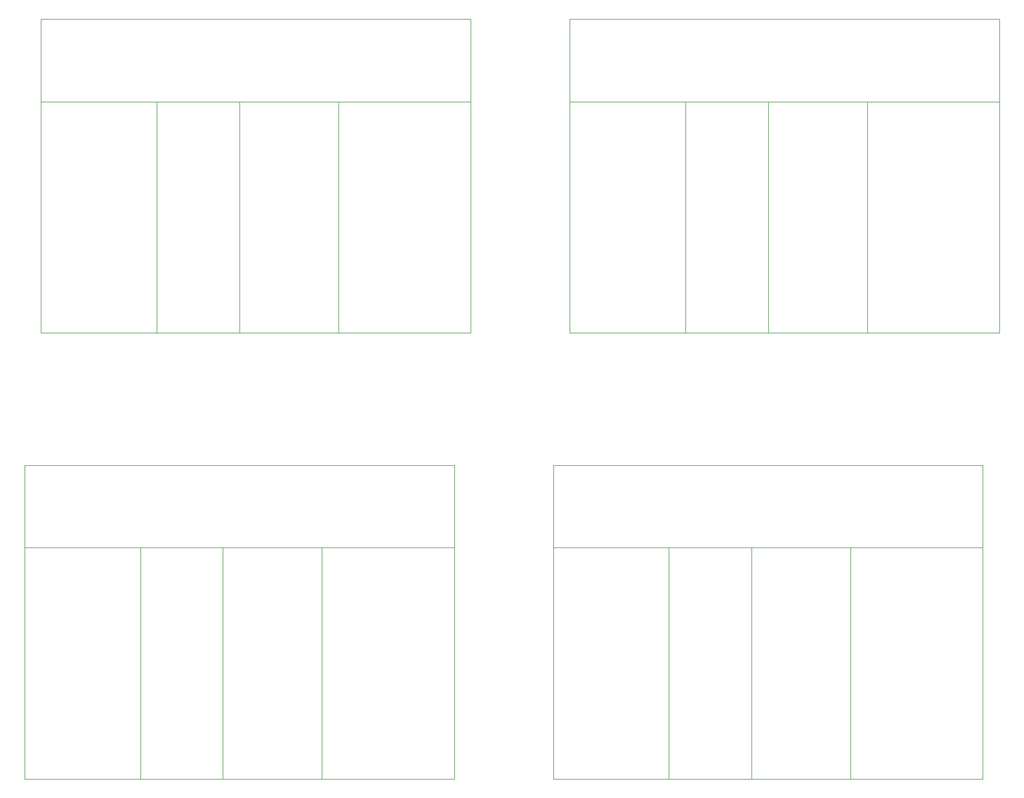
<source format=gbr>
G04 #@! TF.GenerationSoftware,KiCad,Pcbnew,5.1.0*
G04 #@! TF.CreationDate,2019-03-25T20:01:19-03:00*
G04 #@! TF.ProjectId,face_simples,66616365-5f73-4696-9d70-6c65732e6b69,rev?*
G04 #@! TF.SameCoordinates,Original*
G04 #@! TF.FileFunction,Profile,NP*
%FSLAX46Y46*%
G04 Gerber Fmt 4.6, Leading zero omitted, Abs format (unit mm)*
G04 Created by KiCad (PCBNEW 5.1.0) date 2019-03-25 20:01:19*
%MOMM*%
%LPD*%
G04 APERTURE LIST*
%ADD10C,0.050000*%
G04 APERTURE END LIST*
D10*
X125000000Y-120000000D02*
X125000000Y-155000000D01*
X205000000Y-155000000D02*
X205000000Y-152500000D01*
X205000000Y-120000000D02*
X205000000Y-152500000D01*
X207500000Y-52500000D02*
X207500000Y-87500000D01*
X127500000Y-52500000D02*
X127500000Y-87500000D01*
X190000000Y-120000000D02*
X190000000Y-155000000D01*
X80000000Y-107500000D02*
X80000000Y-155000000D01*
X225000000Y-120000000D02*
X177500000Y-120000000D01*
X225000000Y-107500000D02*
X160000000Y-107500000D01*
X160000000Y-120000000D02*
X225000000Y-120000000D01*
X177500000Y-120000000D02*
X177500000Y-155000000D01*
X160000000Y-155000000D02*
X225000000Y-155000000D01*
X225000000Y-155000000D02*
X225000000Y-107500000D01*
X160000000Y-107500000D02*
X160000000Y-155000000D01*
X110000000Y-120000000D02*
X110000000Y-155000000D01*
X80000000Y-155000000D02*
X145000000Y-155000000D01*
X145000000Y-155000000D02*
X145000000Y-107500000D01*
X80000000Y-120000000D02*
X145000000Y-120000000D01*
X97500000Y-120000000D02*
X97500000Y-155000000D01*
X145000000Y-120000000D02*
X97500000Y-120000000D01*
X145000000Y-107500000D02*
X80000000Y-107500000D01*
X162500000Y-40000000D02*
X162500000Y-87500000D01*
X192500000Y-52500000D02*
X192500000Y-87500000D01*
X162500000Y-87500000D02*
X227500000Y-87500000D01*
X227500000Y-87500000D02*
X227500000Y-40000000D01*
X162500000Y-52500000D02*
X227500000Y-52500000D01*
X180000000Y-52500000D02*
X180000000Y-87500000D01*
X227500000Y-52500000D02*
X180000000Y-52500000D01*
X227500000Y-40000000D02*
X162500000Y-40000000D01*
X112500000Y-52500000D02*
X112500000Y-87500000D01*
X100000000Y-52500000D02*
X100000000Y-87500000D01*
X147500000Y-52500000D02*
X100000000Y-52500000D01*
X82500000Y-52500000D02*
X147500000Y-52500000D01*
X147500000Y-40000000D02*
X82500000Y-40000000D01*
X147500000Y-87500000D02*
X147500000Y-40000000D01*
X82500000Y-87500000D02*
X147500000Y-87500000D01*
X82500000Y-40000000D02*
X82500000Y-87500000D01*
M02*

</source>
